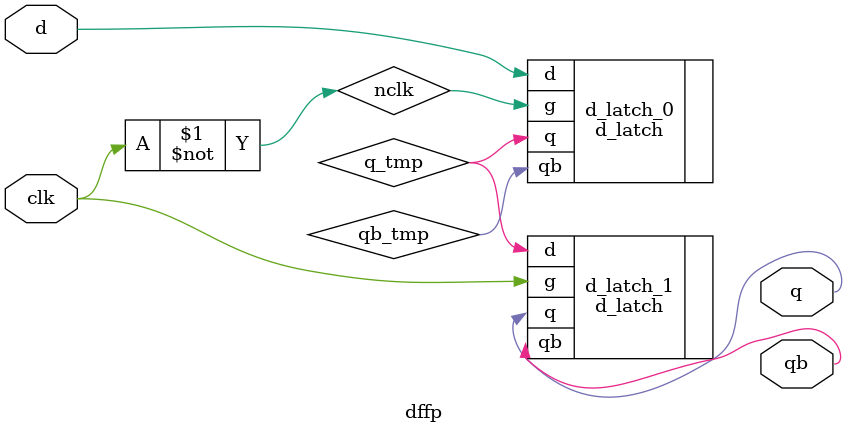
<source format=v>
module dffp(d, clk, q, qb);
   input d;
   input clk;
   output q;
   output qb;
   
   wire nclk;
   not #(1) not0(nclk, clk);
   wire q_tmp;
   wire qb_tmp;
   d_latch d_latch_0(.d(d), .g(nclk), .q(q_tmp), .qb(qb_tmp));
   d_latch d_latch_1(.d(q_tmp), .g(clk), .q(q), .qb(qb));
endmodule // dff


</source>
